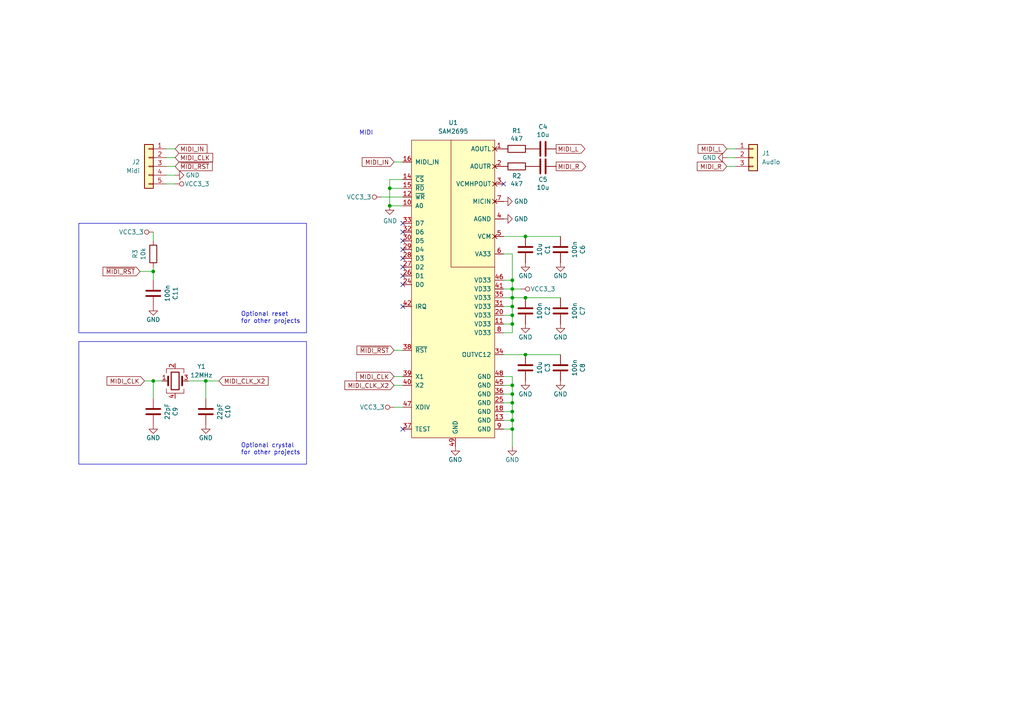
<source format=kicad_sch>
(kicad_sch (version 20230121) (generator eeschema)
  (paper "A4")
  (lib_symbols
    (symbol "Connector_Generic:Conn_01x03" (pin_names (offset 1.016) hide)
      (property "Reference" "J" (at 0 5.08 0))
      (property "Value" "Conn_01x03" (at 0 -5.08 0))
      (symbol "Conn_01x03_1_1"
        (rectangle (start -1.27 -2.413) (end 0 -2.667) (stroke (width 0.1524)))
        (rectangle (start -1.27 0.127) (end 0 -0.127) (stroke (width 0.1524)))
        (rectangle (start -1.27 2.667) (end 0 2.413) (stroke (width 0.1524)))
        (rectangle (start -1.27 3.81) (end 1.27 -3.81) (stroke (width 0.254)) (fill (type background)))
        (pin passive line (at -5.08 2.54 0) (length 3.81) (name "Pin_1") (number "1"))
        (pin passive line (at -5.08 0 0) (length 3.81) (name "Pin_2") (number "2"))
        (pin passive line (at -5.08 -2.54 0) (length 3.81) (name "Pin_3") (number "3"))
      )
    )
    (symbol "Connector_Generic:Conn_01x05" (pin_names (offset 1.016) hide)
      (property "Reference" "J" (at 0 7.62 0))
      (property "Value" "Conn_01x05" (at 0 -7.62 0))
      (symbol "Conn_01x05_1_1"
        (rectangle (start -1.27 -4.953) (end 0 -5.207) (stroke (width 0.1524)))
        (rectangle (start -1.27 -2.413) (end 0 -2.667) (stroke (width 0.1524)))
        (rectangle (start -1.27 0.127) (end 0 -0.127) (stroke (width 0.1524)))
        (rectangle (start -1.27 2.667) (end 0 2.413) (stroke (width 0.1524)))
        (rectangle (start -1.27 5.207) (end 0 4.953) (stroke (width 0.1524)))
        (rectangle (start -1.27 6.35) (end 1.27 -6.35) (stroke (width 0.254)) (fill (type background)))
        (pin passive line (at -5.08 5.08 0) (length 3.81) (name "Pin_1") (number "1"))
        (pin passive line (at -5.08 2.54 0) (length 3.81) (name "Pin_2") (number "2"))
        (pin passive line (at -5.08 0 0) (length 3.81) (name "Pin_3") (number "3"))
        (pin passive line (at -5.08 -2.54 0) (length 3.81) (name "Pin_4") (number "4"))
        (pin passive line (at -5.08 -5.08 0) (length 3.81) (name "Pin_5") (number "5"))
      )
    )
    (symbol "Device:C" (pin_numbers hide) (pin_names (offset 0.254))
      (property "Reference" "C" (at 0.635 2.54 0))
      (property "Value" "C" (at 0.635 -2.54 0))
      (symbol "C_0_1"
        (polyline (pts (xy -2.032 -0.762) (xy 2.032 -0.762)) (stroke (width 0.508)))
        (polyline (pts (xy -2.032 0.762) (xy 2.032 0.762)) (stroke (width 0.508)))
      )
      (symbol "C_1_1"
        (pin passive line (at 0 3.81 270) (length 2.794) (name "~") (number "1"))
        (pin passive line (at 0 -3.81 90) (length 2.794) (name "~") (number "2"))
      )
    )
    (symbol "Device:Crystal_GND24" (pin_names (offset 1.016) hide)
      (property "Reference" "Y" (at 3.175 5.08 0))
      (property "Value" "Crystal_GND24" (at 3.175 3.175 0))
      (symbol "Crystal_GND24_0_1"
        (rectangle (start -1.143 2.54) (end 1.143 -2.54) (stroke (width 0.3048)))
        (polyline (pts (xy -2.54 0) (xy -2.032 0)))
        (polyline (pts (xy -2.032 -1.27) (xy -2.032 1.27)) (stroke (width 0.508)))
        (polyline (pts (xy 0 -3.81) (xy 0 -3.556)))
        (polyline (pts (xy 0 3.556) (xy 0 3.81)))
        (polyline (pts (xy 2.032 -1.27) (xy 2.032 1.27)) (stroke (width 0.508)))
        (polyline (pts (xy 2.032 0) (xy 2.54 0)))
        (polyline (pts (xy -2.54 -2.286) (xy -2.54 -3.556) (xy 2.54 -3.556) (xy 2.54 -2.286)))
        (polyline (pts (xy -2.54 2.286) (xy -2.54 3.556) (xy 2.54 3.556) (xy 2.54 2.286)))
      )
      (symbol "Crystal_GND24_1_1"
        (pin passive line (at -3.81 0 0) (length 1.27) (name "1") (number "1"))
        (pin passive line (at 0 5.08 270) (length 1.27) (name "2") (number "2"))
        (pin passive line (at 3.81 0 180) (length 1.27) (name "3") (number "3"))
        (pin passive line (at 0 -5.08 90) (length 1.27) (name "4") (number "4"))
      )
    )
    (symbol "Device:R" (pin_numbers hide) (pin_names (offset 0))
      (property "Reference" "R" (at 2.032 0 90))
      (property "Value" "R" (at 0 0 90))
      (symbol "R_0_1"
        (rectangle (start -1.016 -2.54) (end 1.016 2.54) (stroke (width 0.254)))
      )
      (symbol "R_1_1"
        (pin passive line (at 0 3.81 270) (length 1.27) (name "~") (number "1"))
        (pin passive line (at 0 -3.81 90) (length 1.27) (name "~") (number "2"))
      )
    )
    (symbol "midi:SAM2695" (pin_names (offset 1.016))
      (property "Reference" "U" (at -10.16 38.1 0))
      (property "Value" "SAM2695" (at 1.27 -7.62 90))
      (symbol "SAM2695_0_1"
        (rectangle (start -11.43 -49.53) (end 12.7 36.83) (fill (type background)))
        (polyline (pts (xy 0 36.83) (xy 0 0) (xy 12.7 0) (xy 10.16 0)))
      )
      (symbol "SAM2695_1_1"
        (pin output non_logic (at 15.24 34.29 180) (length 2.54) (name "AOUTL") (number "1"))
        (pin input line (at -13.97 17.78 0) (length 2.54) (name "A0") (number "10"))
        (pin power_in line (at 15.24 -16.51 180) (length 2.54) (name "VD33") (number "11"))
        (pin input line (at -13.97 20.32 0) (length 2.54) (name "~{WR}") (number "12"))
        (pin power_in line (at 15.24 -44.45 180) (length 2.54) (name "GND") (number "13"))
        (pin input line (at -13.97 25.4 0) (length 2.54) (name "~{CS}") (number "14"))
        (pin input line (at -13.97 22.86 0) (length 2.54) (name "~{RD}") (number "15"))
        (pin input line (at -13.97 30.48 0) (length 2.54) (name "MIDI_IN") (number "16"))
        (pin power_in line (at 15.24 -41.91 180) (length 2.54) (name "GND") (number "18"))
        (pin output non_logic (at 15.24 29.21 180) (length 2.54) (name "AOUTR") (number "2"))
        (pin power_in line (at 15.24 -13.97 180) (length 2.54) (name "VD33") (number "20"))
        (pin bidirectional line (at -13.97 -5.08 0) (length 2.54) (name "D0") (number "24"))
        (pin power_in line (at 15.24 -39.37 180) (length 2.54) (name "GND") (number "25"))
        (pin bidirectional line (at -13.97 -2.54 0) (length 2.54) (name "D1") (number "26"))
        (pin bidirectional line (at -13.97 0 0) (length 2.54) (name "D2") (number "27"))
        (pin bidirectional line (at -13.97 2.54 0) (length 2.54) (name "D3") (number "28"))
        (pin bidirectional line (at -13.97 5.08 0) (length 2.54) (name "D4") (number "29"))
        (pin output non_logic (at 15.24 24.13 180) (length 2.54) (name "VCMHPOUT") (number "3"))
        (pin bidirectional line (at -13.97 7.62 0) (length 2.54) (name "D5") (number "30"))
        (pin power_in line (at 15.24 -11.43 180) (length 2.54) (name "VD33") (number "31"))
        (pin bidirectional line (at -13.97 10.16 0) (length 2.54) (name "D6") (number "32"))
        (pin bidirectional line (at -13.97 12.7 0) (length 2.54) (name "D7") (number "33"))
        (pin power_out line (at 15.24 -25.4 180) (length 2.54) (name "OUTVC12") (number "34"))
        (pin power_in line (at 15.24 -8.89 180) (length 2.54) (name "VD33") (number "35"))
        (pin power_in line (at 15.24 -36.83 180) (length 2.54) (name "GND") (number "36"))
        (pin input line (at -13.97 -46.99 0) (length 2.54) (name "TEST") (number "37"))
        (pin input line (at -13.97 -24.13 0) (length 2.54) (name "~{RST}") (number "38"))
        (pin input line (at -13.97 -31.75 0) (length 2.54) (name "X1") (number "39"))
        (pin power_in line (at 15.24 13.97 180) (length 2.54) (name "AGND") (number "4"))
        (pin output line (at -13.97 -34.29 0) (length 2.54) (name "X2") (number "40"))
        (pin power_in line (at 15.24 -6.35 180) (length 2.54) (name "VD33") (number "41"))
        (pin output line (at -13.97 -11.43 0) (length 2.54) (name "IRQ") (number "42"))
        (pin power_in line (at 15.24 -34.29 180) (length 2.54) (name "GND") (number "45"))
        (pin power_in line (at 15.24 -3.81 180) (length 2.54) (name "VD33") (number "46"))
        (pin input line (at -13.97 -40.64 0) (length 2.54) (name "XDIV") (number "47"))
        (pin power_in line (at 15.24 -31.75 180) (length 2.54) (name "GND") (number "48"))
        (pin power_in line (at 1.27 -52.07 90) (length 2.54) (name "GND") (number "49"))
        (pin output non_logic (at 15.24 8.89 180) (length 2.54) (name "VCM") (number "5"))
        (pin power_in line (at 15.24 3.81 180) (length 2.54) (name "VA33") (number "6"))
        (pin input non_logic (at 15.24 19.05 180) (length 2.54) (name "MICIN") (number "7"))
        (pin power_in line (at 15.24 -19.05 180) (length 2.54) (name "VD33") (number "8"))
        (pin power_in line (at 15.24 -46.99 180) (length 2.54) (name "GND") (number "9"))
      )
    )
    (symbol "power:GND" (power) (pin_names (offset 0))
      (property "Value" "GND" (at 0 -3.81 0))
      (symbol "GND_0_1"
        (polyline (pts (xy 0 0) (xy 0 -1.27) (xy 1.27 -1.27) (xy 0 -2.54) (xy -1.27 -1.27) (xy 0 -1.27)))
      )
      (symbol "GND_1_1"
        (pin power_in line (at 0 0 270) (length 0) hide (name "GND") (number "1"))
      )
    )
    (symbol "vcc33:VCC3_3" (power) (pin_names (offset 0))
      (property "Value" "VCC3_3" (at 0 3.81 0))
      (symbol "VCC3_3_0_1"
        (polyline (pts (xy 0 0) (xy 0 1.27)))
        (circle (center 0 1.905) (radius 0.635))
      )
      (symbol "VCC3_3_1_1"
        (pin power_in line (at 0 0 90) (length 0) hide (name "VCC3_3") (number "1"))
      )
    )
  )
  (junction (at 113.03 59.69))
  (junction (at 148.59 124.46))
  (junction (at 148.59 83.82))
  (junction (at 148.59 111.76))
  (junction (at 148.59 81.28))
  (junction (at 148.59 121.92))
  (junction (at 152.4 68.58))
  (junction (at 59.69 110.49))
  (junction (at 148.59 93.98))
  (junction (at 44.45 110.49))
  (junction (at 148.59 114.3))
  (junction (at 44.45 78.74))
  (junction (at 152.4 102.87))
  (junction (at 148.59 119.38))
  (junction (at 113.03 54.61))
  (junction (at 148.59 86.36))
  (junction (at 152.4 86.36))
  (junction (at 148.59 91.44))
  (junction (at 148.59 116.84))
  (junction (at 148.59 88.9))
  (no_connect (at 116.84 72.39))
  (no_connect (at 116.84 82.55))
  (no_connect (at 116.84 124.46))
  (no_connect (at 116.84 77.47))
  (no_connect (at 116.84 67.31))
  (no_connect (at 116.84 74.93))
  (no_connect (at 116.84 80.01))
  (no_connect (at 116.84 64.77))
  (no_connect (at 146.05 53.34))
  (no_connect (at 116.84 88.9))
  (no_connect (at 116.84 69.85))
  (wire (pts (xy 146.05 102.87) (xy 152.4 102.87)))
  (wire (pts (xy 148.59 83.82) (xy 148.59 86.36)))
  (wire (pts (xy 148.59 114.3) (xy 148.59 116.84)))
  (wire (pts (xy 44.45 67.31) (xy 44.45 69.85)))
  (wire (pts (xy 44.45 110.49) (xy 44.45 115.57)))
  (wire (pts (xy 48.26 48.26) (xy 50.8 48.26)))
  (wire (pts (xy 54.61 110.49) (xy 59.69 110.49)))
  (wire (pts (xy 148.59 121.92) (xy 148.59 124.46)))
  (wire (pts (xy 146.05 73.66) (xy 148.59 73.66)))
  (wire (pts (xy 116.84 52.07) (xy 113.03 52.07)))
  (wire (pts (xy 148.59 119.38) (xy 148.59 121.92)))
  (wire (pts (xy 59.69 110.49) (xy 59.69 115.57)))
  (wire (pts (xy 146.05 86.36) (xy 148.59 86.36)))
  (wire (pts (xy 113.03 52.07) (xy 113.03 54.61)))
  (wire (pts (xy 148.59 96.52) (xy 146.05 96.52)))
  (wire (pts (xy 148.59 109.22) (xy 148.59 111.76)))
  (wire (pts (xy 44.45 78.74) (xy 44.45 81.28)))
  (wire (pts (xy 148.59 111.76) (xy 148.59 114.3)))
  (wire (pts (xy 146.05 68.58) (xy 152.4 68.58)))
  (wire (pts (xy 148.59 73.66) (xy 148.59 81.28)))
  (wire (pts (xy 148.59 124.46) (xy 148.59 129.54)))
  (wire (pts (xy 148.59 81.28) (xy 148.59 83.82)))
  (wire (pts (xy 146.05 119.38) (xy 148.59 119.38)))
  (wire (pts (xy 146.05 88.9) (xy 148.59 88.9)))
  (wire (pts (xy 41.91 110.49) (xy 44.45 110.49)))
  (wire (pts (xy 114.3 101.6) (xy 116.84 101.6)))
  (wire (pts (xy 148.59 88.9) (xy 148.59 91.44)))
  (wire (pts (xy 210.82 43.18) (xy 213.36 43.18)))
  (wire (pts (xy 44.45 77.47) (xy 44.45 78.74)))
  (wire (pts (xy 148.59 93.98) (xy 148.59 96.52)))
  (wire (pts (xy 148.59 91.44) (xy 148.59 93.98)))
  (wire (pts (xy 210.82 48.26) (xy 213.36 48.26)))
  (wire (pts (xy 113.03 54.61) (xy 116.84 54.61)))
  (wire (pts (xy 59.69 110.49) (xy 63.5 110.49)))
  (wire (pts (xy 146.05 93.98) (xy 148.59 93.98)))
  (wire (pts (xy 148.59 86.36) (xy 148.59 88.9)))
  (wire (pts (xy 146.05 116.84) (xy 148.59 116.84)))
  (wire (pts (xy 48.26 50.8) (xy 50.8 50.8)))
  (wire (pts (xy 113.03 54.61) (xy 113.03 59.69)))
  (wire (pts (xy 152.4 86.36) (xy 162.56 86.36)))
  (wire (pts (xy 113.03 59.69) (xy 116.84 59.69)))
  (wire (pts (xy 146.05 91.44) (xy 148.59 91.44)))
  (wire (pts (xy 148.59 83.82) (xy 151.13 83.82)))
  (wire (pts (xy 48.26 45.72) (xy 50.8 45.72)))
  (wire (pts (xy 146.05 81.28) (xy 148.59 81.28)))
  (wire (pts (xy 48.26 43.18) (xy 50.8 43.18)))
  (wire (pts (xy 152.4 68.58) (xy 162.56 68.58)))
  (wire (pts (xy 44.45 110.49) (xy 46.99 110.49)))
  (wire (pts (xy 114.3 111.76) (xy 116.84 111.76)))
  (wire (pts (xy 148.59 116.84) (xy 148.59 119.38)))
  (wire (pts (xy 114.3 46.99) (xy 116.84 46.99)))
  (wire (pts (xy 146.05 114.3) (xy 148.59 114.3)))
  (wire (pts (xy 146.05 83.82) (xy 148.59 83.82)))
  (wire (pts (xy 114.3 109.22) (xy 116.84 109.22)))
  (wire (pts (xy 146.05 109.22) (xy 148.59 109.22)))
  (wire (pts (xy 210.82 45.72) (xy 213.36 45.72)))
  (wire (pts (xy 48.26 53.34) (xy 50.8 53.34)))
  (wire (pts (xy 114.3 118.11) (xy 116.84 118.11)))
  (wire (pts (xy 148.59 86.36) (xy 152.4 86.36)))
  (wire (pts (xy 146.05 124.46) (xy 148.59 124.46)))
  (wire (pts (xy 110.49 57.15) (xy 116.84 57.15)))
  (wire (pts (xy 146.05 121.92) (xy 148.59 121.92)))
  (wire (pts (xy 146.05 111.76) (xy 148.59 111.76)))
  (wire (pts (xy 152.4 102.87) (xy 162.56 102.87)))
  (wire (pts (xy 40.64 78.74) (xy 44.45 78.74)))
  (rectangle (start 22.86 64.77) (end 88.9 96.52))
  (rectangle (start 22.86 99.06) (end 88.9 134.62))
  (text "MIDI" (at 104.14 39.37 0) (effects (font (size 1.27 1.27)) (justify left bottom)))
  (text "Optional reset \nfor other projects" (at 69.85 93.98 0) (effects (font (size 1.27 1.27)) (justify left bottom)))
  (text "Optional crystal \nfor other projects" (at 69.85 132.08 0) (effects (font (size 1.27 1.27)) (justify left bottom)))
  (global_label "MIDI_R" (shape output) (at 161.29 48.26 0) (property "Intersheetrefs" "${INTERSHEET_REFS}" (effects hide)))
  (global_label "MIDI_CLK" (shape input) (at 114.3 109.22 180) (property "Intersheetrefs" "${INTERSHEET_REFS}" (effects hide)))
  (global_label "MIDI_IN" (shape input) (at 114.3 46.99 180) (property "Intersheetrefs" "${INTERSHEET_REFS}" (effects hide)))
  (global_label "MIDI_CLK_X2" (shape input) (at 63.5 110.49 0) (property "Intersheetrefs" "${INTERSHEET_REFS}" (effects hide)))
  (global_label "MIDI_L" (shape input) (at 210.82 43.18 180) (property "Intersheetrefs" "${INTERSHEET_REFS}" (effects hide)))
  (global_label "~{MIDI_RST}" (shape input) (at 50.8 48.26 0) (property "Intersheetrefs" "${INTERSHEET_REFS}" (effects hide)))
  (global_label "MIDI_CLK" (shape input) (at 41.91 110.49 180) (property "Intersheetrefs" "${INTERSHEET_REFS}" (effects hide)))
  (global_label "~{MIDI_RST}" (shape input) (at 40.64 78.74 180) (property "Intersheetrefs" "${INTERSHEET_REFS}" (effects hide)))
  (global_label "MIDI_L" (shape output) (at 161.29 43.18 0) (property "Intersheetrefs" "${INTERSHEET_REFS}" (effects hide)))
  (global_label "MIDI_IN" (shape input) (at 50.8 43.18 0) (property "Intersheetrefs" "${INTERSHEET_REFS}" (effects hide)))
  (global_label "MIDI_CLK" (shape input) (at 50.8 45.72 0) (property "Intersheetrefs" "${INTERSHEET_REFS}" (effects hide)))
  (global_label "MIDI_CLK_X2" (shape input) (at 114.3 111.76 180) (property "Intersheetrefs" "${INTERSHEET_REFS}" (effects hide)))
  (global_label "~{MIDI_RST}" (shape input) (at 114.3 101.6 180) (property "Intersheetrefs" "${INTERSHEET_REFS}" (effects hide)))
  (global_label "MIDI_R" (shape input) (at 210.82 48.26 180) (property "Intersheetrefs" "${INTERSHEET_REFS}" (effects hide)))
  (symbol (lib_id "Device:C") (at 162.56 90.17 0) (unit 1)
    (property "Reference" "C7" (at 168.9608 90.17 90))
    (property "Value" "100n" (at 166.6494 90.17 90))
    (property "Footprint" "Capacitor_SMD:C_0603_1608Metric_Pad1.08x0.95mm_HandSolder" (effects hide))
  )
  (symbol (lib_id "power:GND") (at 210.82 45.72 270) (mirror x) (unit 1)
    (property "Reference" "#PWR015" (effects hide))
    (property "Value" "GND" (at 205.74 45.72 90))
  )
  (symbol (lib_id "power:GND") (at 59.69 123.19 0) (unit 1)
    (property "Reference" "#PWR019" (effects hide))
    (property "Value" "GND" (at 59.69 127 0))
  )
  (symbol (lib_id "power:GND") (at 132.08 129.54 0) (unit 1)
    (property "Reference" "#PWR04" (effects hide))
    (property "Value" "GND" (at 132.08 133.35 0))
  )
  (symbol (lib_id "Device:C") (at 157.48 43.18 90) (unit 1)
    (property "Reference" "C4" (at 157.48 36.7792 90))
    (property "Value" "10u" (at 157.48 39.0906 90))
    (property "Footprint" "Capacitor_SMD:C_0603_1608Metric_Pad1.08x0.95mm_HandSolder" (effects hide))
  )
  (symbol (lib_id "Device:C") (at 162.56 72.39 0) (unit 1)
    (property "Reference" "C6" (at 168.9608 72.39 90))
    (property "Value" "100n" (at 166.6494 72.39 90))
    (property "Footprint" "Capacitor_SMD:C_0603_1608Metric_Pad1.08x0.95mm_HandSolder" (effects hide))
  )
  (symbol (lib_id "Device:C") (at 59.69 119.38 0) (unit 1)
    (property "Reference" "C10" (at 66.0908 119.38 90))
    (property "Value" "22pF" (at 63.7794 119.38 90))
    (property "Footprint" "Capacitor_SMD:C_0603_1608Metric_Pad1.08x0.95mm_HandSolder" (effects hide))
  )
  (symbol (lib_id "Device:R") (at 149.86 43.18 90) (unit 1)
    (property "Reference" "R1" (at 149.86 37.9222 90))
    (property "Value" "4k7" (at 149.86 40.2336 90))
    (property "Footprint" "Resistor_SMD:R_0603_1608Metric_Pad0.98x0.95mm_HandSolder" (effects hide))
  )
  (symbol (lib_id "power:GND") (at 148.59 129.54 0) (unit 1)
    (property "Reference" "#PWR07" (effects hide))
    (property "Value" "GND" (at 148.59 133.35 0))
  )
  (symbol (lib_id "power:GND") (at 44.45 123.19 0) (unit 1)
    (property "Reference" "#PWR018" (effects hide))
    (property "Value" "GND" (at 44.45 127 0))
  )
  (symbol (lib_id "Device:C") (at 152.4 106.68 0) (unit 1)
    (property "Reference" "C3" (at 158.8008 106.68 90))
    (property "Value" "10u" (at 156.4894 106.68 90))
    (property "Footprint" "Capacitor_SMD:C_0603_1608Metric_Pad1.08x0.95mm_HandSolder" (effects hide))
  )
  (symbol (lib_id "Device:Crystal_GND24") (at 50.8 110.49 0) (unit 1)
    (property "Reference" "Y1" (at 58.42 106.2991 0))
    (property "Value" "12MHz" (at 58.42 108.8391 0))
    (property "Footprint" "Crystal:Crystal_SMD_3225-4Pin_3.2x2.5mm_HandSoldering" (effects hide))
  )
  (symbol (lib_id "Device:R") (at 44.45 73.66 180) (unit 1)
    (property "Reference" "R3" (at 39.1922 73.66 90))
    (property "Value" "10k" (at 41.5036 73.66 90))
    (property "Footprint" "Resistor_SMD:R_0603_1608Metric_Pad0.98x0.95mm_HandSolder" (effects hide))
  )
  (symbol (lib_id "Device:C") (at 162.56 106.68 0) (unit 1)
    (property "Reference" "C8" (at 168.9608 106.68 90))
    (property "Value" "100n" (at 166.6494 106.68 90))
    (property "Footprint" "Capacitor_SMD:C_0603_1608Metric_Pad1.08x0.95mm_HandSolder" (effects hide))
  )
  (symbol (lib_id "power:GND") (at 162.56 93.98 0) (unit 1)
    (property "Reference" "#PWR013" (effects hide))
    (property "Value" "GND" (at 162.56 97.79 0))
  )
  (symbol (lib_id "vcc33:VCC3_3") (at 114.3 118.11 90) (unit 1)
    (property "Reference" "#PWR03" (effects hide))
    (property "Value" "VCC3_3" (at 107.95 118.11 90))
  )
  (symbol (lib_id "power:GND") (at 146.05 63.5 90) (unit 1)
    (property "Reference" "#PWR06" (effects hide))
    (property "Value" "GND" (at 151.13 63.5 90))
  )
  (symbol (lib_id "power:GND") (at 152.4 76.2 0) (unit 1)
    (property "Reference" "#PWR09" (effects hide))
    (property "Value" "GND" (at 152.4 80.01 0))
  )
  (symbol (lib_id "power:GND") (at 162.56 76.2 0) (unit 1)
    (property "Reference" "#PWR012" (effects hide))
    (property "Value" "GND" (at 162.56 80.01 0))
  )
  (symbol (lib_id "power:GND") (at 146.05 58.42 90) (unit 1)
    (property "Reference" "#PWR05" (effects hide))
    (property "Value" "GND" (at 151.13 58.42 90))
  )
  (symbol (lib_id "power:GND") (at 152.4 110.49 0) (unit 1)
    (property "Reference" "#PWR011" (effects hide))
    (property "Value" "GND" (at 152.4 114.3 0))
  )
  (symbol (lib_id "Device:C") (at 152.4 90.17 0) (unit 1)
    (property "Reference" "C2" (at 158.8008 90.17 90))
    (property "Value" "100n" (at 156.4894 90.17 90))
    (property "Footprint" "Capacitor_SMD:C_0603_1608Metric_Pad1.08x0.95mm_HandSolder" (effects hide))
  )
  (symbol (lib_id "Device:R") (at 149.86 48.26 90) (unit 1)
    (property "Reference" "R2" (at 149.86 51.0286 90))
    (property "Value" "4k7" (at 149.86 53.34 90))
    (property "Footprint" "Resistor_SMD:R_0603_1608Metric_Pad0.98x0.95mm_HandSolder" (effects hide))
  )
  (symbol (lib_id "Device:C") (at 44.45 119.38 0) (unit 1)
    (property "Reference" "C9" (at 50.8508 119.38 90))
    (property "Value" "22pF" (at 48.5394 119.38 90))
    (property "Footprint" "Capacitor_SMD:C_0603_1608Metric_Pad1.08x0.95mm_HandSolder" (effects hide))
  )
  (symbol (lib_id "Device:C") (at 157.48 48.26 90) (unit 1)
    (property "Reference" "C5" (at 157.48 52.07 90))
    (property "Value" "10u" (at 157.48 54.3814 90))
    (property "Footprint" "Capacitor_SMD:C_0603_1608Metric_Pad1.08x0.95mm_HandSolder" (effects hide))
  )
  (symbol (lib_id "midi:SAM2695") (at 130.81 77.47 0) (unit 1)
    (property "Reference" "U1" (at 131.445 35.56 0))
    (property "Value" "SAM2695" (at 131.445 38.1 0))
    (property "Footprint" "Package_DFN_QFN:QFN-48-1EP_6x6mm_P0.4mm_EP4.2x4.2mm" (effects hide))
  )
  (symbol (lib_id "Device:C") (at 44.45 85.09 0) (unit 1)
    (property "Reference" "C11" (at 50.8508 85.09 90))
    (property "Value" "100n" (at 48.5394 85.09 90))
    (property "Footprint" "Capacitor_SMD:C_0603_1608Metric_Pad1.08x0.95mm_HandSolder" (effects hide))
  )
  (symbol (lib_id "power:GND") (at 50.8 50.8 90) (unit 1)
    (property "Reference" "#PWR016" (effects hide))
    (property "Value" "GND" (at 55.88 50.8 90))
  )
  (symbol (lib_id "Connector_Generic:Conn_01x03") (at 218.44 45.72 0) (unit 1)
    (property "Reference" "J1" (at 220.98 44.45 0) (effects (justify left)))
    (property "Value" "Audio" (at 220.98 46.99 0) (effects (justify left)))
    (property "Footprint" "Connector_PinHeader_2.54mm:PinHeader_1x03_P2.54mm_Vertical" (effects hide))
  )
  (symbol (lib_id "power:GND") (at 152.4 93.98 0) (unit 1)
    (property "Reference" "#PWR010" (effects hide))
    (property "Value" "GND" (at 152.4 97.79 0))
  )
  (symbol (lib_id "Device:C") (at 152.4 72.39 0) (unit 1)
    (property "Reference" "C1" (at 158.8008 72.39 90))
    (property "Value" "10u" (at 156.4894 72.39 90))
    (property "Footprint" "Capacitor_SMD:C_0603_1608Metric_Pad1.08x0.95mm_HandSolder" (effects hide))
  )
  (symbol (lib_id "power:GND") (at 113.03 59.69 0) (unit 1)
    (property "Reference" "#PWR02" (effects hide))
    (property "Value" "GND" (at 113.157 64.0842 0))
  )
  (symbol (lib_id "vcc33:VCC3_3") (at 110.49 57.15 90) (unit 1)
    (property "Reference" "#PWR01" (effects hide))
    (property "Value" "VCC3_3" (at 104.14 57.15 90))
  )
  (symbol (lib_id "vcc33:VCC3_3") (at 50.8 53.34 270) (mirror x) (unit 1)
    (property "Reference" "#PWR017" (effects hide))
    (property "Value" "VCC3_3" (at 57.15 53.34 90))
  )
  (symbol (lib_id "vcc33:VCC3_3") (at 44.45 67.31 90) (unit 1)
    (property "Reference" "#PWR021" (effects hide))
    (property "Value" "VCC3_3" (at 38.1 67.31 90))
  )
  (symbol (lib_id "power:GND") (at 44.45 88.9 0) (unit 1)
    (property "Reference" "#PWR020" (effects hide))
    (property "Value" "GND" (at 44.45 92.71 0))
  )
  (symbol (lib_id "Connector_Generic:Conn_01x05") (at 43.18 48.26 0) (mirror y) (unit 1)
    (property "Reference" "J2" (at 40.64 46.99 0) (effects (justify left)))
    (property "Value" "Midi" (at 40.64 49.53 0) (effects (justify left)))
    (property "Footprint" "Connector_PinHeader_2.54mm:PinHeader_1x05_P2.54mm_Vertical" (effects hide))
  )
  (symbol (lib_id "power:GND") (at 162.56 110.49 0) (unit 1)
    (property "Reference" "#PWR014" (effects hide))
    (property "Value" "GND" (at 162.56 114.3 0))
  )
  (symbol (lib_id "vcc33:VCC3_3") (at 151.13 83.82 270) (unit 1)
    (property "Reference" "#PWR08" (effects hide))
    (property "Value" "VCC3_3" (at 157.48 83.82 90))
  )
)
</source>
